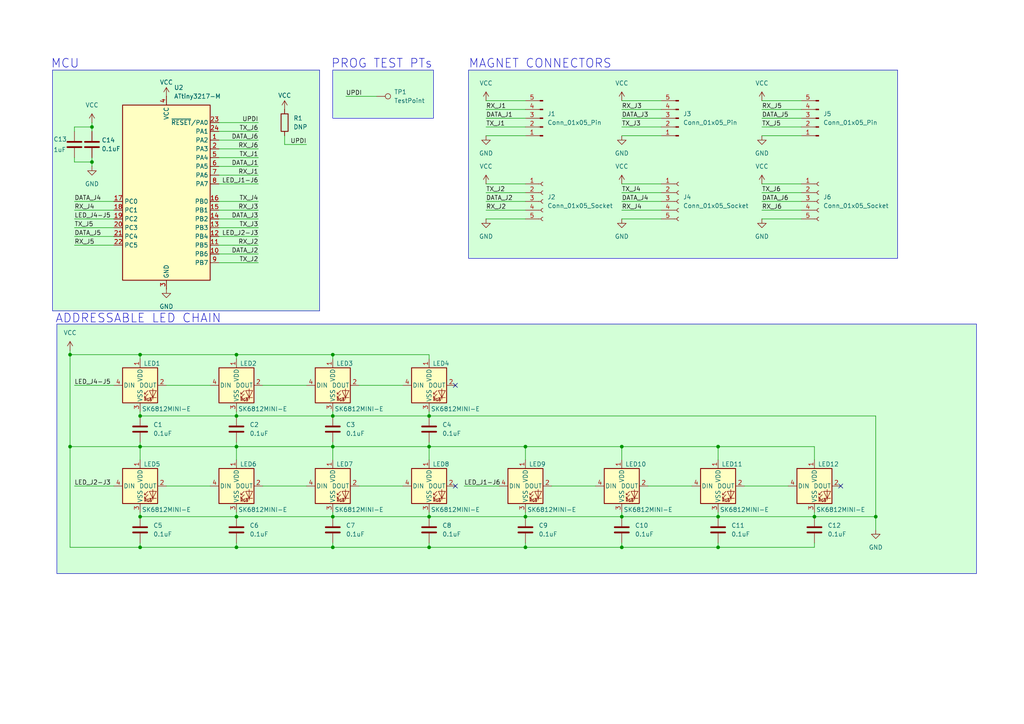
<source format=kicad_sch>
(kicad_sch (version 20231120) (generator "eeschema") (generator_version "8.0")
  (paper "A4")
  (title_block (title "PCB Tile Game") (rev "1.0"))
  (lib_symbols
    (symbol "Connector:Conn_01x05_Pin" (pin_names (offset 1.016) hide)
      (property "Reference" "J" (at 0 7.62 0))
      (property "Value" "Conn_01x05_Pin" (at 0 -7.62 0))
      (symbol "Conn_01x05_Pin_1_1"
        (polyline (pts (xy 1.27 -5.08) (xy 0.8636 -5.08)) (stroke (width 0.1524)))
        (polyline (pts (xy 1.27 -2.54) (xy 0.8636 -2.54)) (stroke (width 0.1524)))
        (polyline (pts (xy 1.27 0) (xy 0.8636 0)) (stroke (width 0.1524)))
        (polyline (pts (xy 1.27 2.54) (xy 0.8636 2.54)) (stroke (width 0.1524)))
        (polyline (pts (xy 1.27 5.08) (xy 0.8636 5.08)) (stroke (width 0.1524)))
        (rectangle (start 0.8636 -4.953) (end 0 -5.207) (stroke (width 0.1524)) (fill (type outline)))
        (rectangle (start 0.8636 -2.413) (end 0 -2.667) (stroke (width 0.1524)) (fill (type outline)))
        (rectangle (start 0.8636 0.127) (end 0 -0.127) (stroke (width 0.1524)) (fill (type outline)))
        (rectangle (start 0.8636 2.667) (end 0 2.413) (stroke (width 0.1524)) (fill (type outline)))
        (rectangle (start 0.8636 5.207) (end 0 4.953) (stroke (width 0.1524)) (fill (type outline)))
        (pin passive line (at 5.08 5.08 180) (length 3.81) (name "Pin_1") (number "1"))
        (pin passive line (at 5.08 2.54 180) (length 3.81) (name "Pin_2") (number "2"))
        (pin passive line (at 5.08 0 180) (length 3.81) (name "Pin_3") (number "3"))
        (pin passive line (at 5.08 -2.54 180) (length 3.81) (name "Pin_4") (number "4"))
        (pin passive line (at 5.08 -5.08 180) (length 3.81) (name "Pin_5") (number "5"))
      )
    )
    (symbol "Connector:Conn_01x05_Socket" (pin_names (offset 1.016) hide)
      (property "Reference" "J" (at 0 7.62 0))
      (property "Value" "Conn_01x05_Socket" (at 0 -7.62 0))
      (symbol "Conn_01x05_Socket_1_1"
        (arc (start 0 -4.572) (mid -0.5058 -5.08) (end 0 -5.588) (stroke (width 0.1524)))
        (arc (start 0 -2.032) (mid -0.5058 -2.54) (end 0 -3.048) (stroke (width 0.1524)))
        (polyline (pts (xy -1.27 -5.08) (xy -0.508 -5.08)) (stroke (width 0.1524)))
        (polyline (pts (xy -1.27 -2.54) (xy -0.508 -2.54)) (stroke (width 0.1524)))
        (polyline (pts (xy -1.27 0) (xy -0.508 0)) (stroke (width 0.1524)))
        (polyline (pts (xy -1.27 2.54) (xy -0.508 2.54)) (stroke (width 0.1524)))
        (polyline (pts (xy -1.27 5.08) (xy -0.508 5.08)) (stroke (width 0.1524)))
        (arc (start 0 0.508) (mid -0.5058 0) (end 0 -0.508) (stroke (width 0.1524)))
        (arc (start 0 3.048) (mid -0.5058 2.54) (end 0 2.032) (stroke (width 0.1524)))
        (arc (start 0 5.588) (mid -0.5058 5.08) (end 0 4.572) (stroke (width 0.1524)))
        (pin passive line (at -5.08 5.08 0) (length 3.81) (name "Pin_1") (number "1"))
        (pin passive line (at -5.08 2.54 0) (length 3.81) (name "Pin_2") (number "2"))
        (pin passive line (at -5.08 0 0) (length 3.81) (name "Pin_3") (number "3"))
        (pin passive line (at -5.08 -2.54 0) (length 3.81) (name "Pin_4") (number "4"))
        (pin passive line (at -5.08 -5.08 0) (length 3.81) (name "Pin_5") (number "5"))
      )
    )
    (symbol "Connector:TestPoint" (pin_numbers hide) (pin_names (offset 0.762) hide)
      (property "Reference" "TP" (at 0 6.858 0))
      (property "Value" "TestPoint" (at 0 5.08 0))
      (symbol "TestPoint_0_1"
        (circle (center 0 3.302) (radius 0.762))
      )
      (symbol "TestPoint_1_1"
        (pin passive line (at 0 0 90) (length 2.54) (name "1") (number "1"))
      )
    )
    (symbol "Device:C" (pin_numbers hide) (pin_names (offset 0.254))
      (property "Reference" "C" (at 0.635 2.54 0))
      (property "Value" "C" (at 0.635 -2.54 0))
      (symbol "C_0_1"
        (polyline (pts (xy -2.032 -0.762) (xy 2.032 -0.762)) (stroke (width 0.508)))
        (polyline (pts (xy -2.032 0.762) (xy 2.032 0.762)) (stroke (width 0.508)))
      )
      (symbol "C_1_1"
        (pin passive line (at 0 3.81 270) (length 2.794) (name "~") (number "1"))
        (pin passive line (at 0 -3.81 90) (length 2.794) (name "~") (number "2"))
      )
    )
    (symbol "Device:R" (pin_numbers hide) (pin_names (offset 0))
      (property "Reference" "R" (at 2.032 0 90))
      (property "Value" "R" (at 0 0 90))
      (symbol "R_0_1"
        (rectangle (start -1.016 -2.54) (end 1.016 2.54) (stroke (width 0.254)))
      )
      (symbol "R_1_1"
        (pin passive line (at 0 3.81 270) (length 1.27) (name "~") (number "1"))
        (pin passive line (at 0 -3.81 90) (length 1.27) (name "~") (number "2"))
      )
    )
    (symbol "MCU_Microchip_ATtiny:ATtiny3217-M"
      (property "Reference" "U" (at -12.7 26.67 0))
      (property "Value" "ATtiny3217-M" (at 2.54 -26.67 0))
      (symbol "ATtiny3217-M_0_1"
        (rectangle (start -12.7 -25.4) (end 12.7 25.4) (stroke (width 0.254)) (fill (type background)))
      )
      (symbol "ATtiny3217-M_1_1"
        (pin bidirectional line (at 15.24 15.24 180) (length 2.54) (name "PA2") (number "1"))
        (pin bidirectional line (at 15.24 -17.78 180) (length 2.54) (name "PB6") (number "10"))
        (pin bidirectional line (at 15.24 -15.24 180) (length 2.54) (name "PB5") (number "11"))
        (pin bidirectional line (at 15.24 -12.7 180) (length 2.54) (name "PB4") (number "12"))
        (pin bidirectional line (at 15.24 -10.16 180) (length 2.54) (name "PB3") (number "13"))
        (pin bidirectional line (at 15.24 -7.62 180) (length 2.54) (name "PB2") (number "14"))
        (pin bidirectional line (at 15.24 -5.08 180) (length 2.54) (name "PB1") (number "15"))
        (pin bidirectional line (at 15.24 -2.54 180) (length 2.54) (name "PB0") (number "16"))
        (pin bidirectional line (at -15.24 -2.54 0) (length 2.54) (name "PC0") (number "17"))
        (pin bidirectional line (at -15.24 -5.08 0) (length 2.54) (name "PC1") (number "18"))
        (pin bidirectional line (at -15.24 -7.62 0) (length 2.54) (name "PC2") (number "19"))
        (pin bidirectional line (at 15.24 12.7 180) (length 2.54) (name "PA3") (number "2"))
        (pin bidirectional line (at -15.24 -10.16 0) (length 2.54) (name "PC3") (number "20"))
        (pin bidirectional line (at -15.24 -12.7 0) (length 2.54) (name "PC4") (number "21"))
        (pin bidirectional line (at -15.24 -15.24 0) (length 2.54) (name "PC5") (number "22"))
        (pin bidirectional line (at 15.24 20.32 180) (length 2.54) (name "~{RESET}/PA0") (number "23"))
        (pin bidirectional line (at 15.24 17.78 180) (length 2.54) (name "PA1") (number "24"))
        (pin passive line (at 0 -27.94 90) (length 2.54) hide (name "GND") (number "25"))
        (pin power_in line (at 0 -27.94 90) (length 2.54) (name "GND") (number "3"))
        (pin power_in line (at 0 27.94 270) (length 2.54) (name "VCC") (number "4"))
        (pin bidirectional line (at 15.24 10.16 180) (length 2.54) (name "PA4") (number "5"))
        (pin bidirectional line (at 15.24 7.62 180) (length 2.54) (name "PA5") (number "6"))
        (pin bidirectional line (at 15.24 5.08 180) (length 2.54) (name "PA6") (number "7"))
        (pin bidirectional line (at 15.24 2.54 180) (length 2.54) (name "PA7") (number "8"))
        (pin bidirectional line (at 15.24 -20.32 180) (length 2.54) (name "PB7") (number "9"))
      )
    )
    (symbol "gupboard40-rescue:SK6812MINI-E-kicad-keyboard-parts" (pin_names (offset 0.254))
      (property "Reference" "D" (at 5.08 5.715 0))
      (property "Value" "kicad-keyboard-parts_SK6812MINI-E" (at 1.27 -5.715 0))
      (symbol "SK6812MINI-E-kicad-keyboard-parts_0_0"
        (text "RGB" (at 2.286 -4.191 0) (effects (font (size 0.762 0.762))))
      )
      (symbol "SK6812MINI-E-kicad-keyboard-parts_0_1"
        (polyline (pts (xy 1.27 -3.556) (xy 1.778 -3.556)))
        (polyline (pts (xy 1.27 -2.54) (xy 1.778 -2.54)))
        (polyline (pts (xy 4.699 -3.556) (xy 2.667 -3.556)))
        (polyline (pts (xy 2.286 -2.54) (xy 1.27 -3.556) (xy 1.27 -3.048)))
        (polyline (pts (xy 2.286 -1.524) (xy 1.27 -2.54) (xy 1.27 -2.032)))
        (polyline (pts (xy 3.683 -1.016) (xy 3.683 -3.556) (xy 3.683 -4.064)))
        (polyline (pts (xy 4.699 -1.524) (xy 2.667 -1.524) (xy 3.683 -3.556) (xy 4.699 -1.524)))
        (rectangle (start 5.08 5.08) (end -5.08 -5.08) (stroke (width 0.254)) (fill (type background)))
      )
      (symbol "SK6812MINI-E-kicad-keyboard-parts_1_1"
        (pin power_in line (at 0 7.62 270) (length 2.54) (name "VDD") (number "1"))
        (pin output line (at 7.62 0 180) (length 2.54) (name "DOUT") (number "2"))
        (pin power_in line (at 0 -7.62 90) (length 2.54) (name "VSS") (number "3"))
        (pin input line (at -7.62 0 0) (length 2.54) (name "DIN") (number "4"))
      )
    )
    (symbol "power:GND" (power) (pin_numbers hide) (pin_names (offset 0) hide)
      (property "Value" "GND" (at 0 -3.81 0))
      (symbol "GND_0_1"
        (polyline (pts (xy 0 0) (xy 0 -1.27) (xy 1.27 -1.27) (xy 0 -2.54) (xy -1.27 -1.27) (xy 0 -1.27)))
      )
      (symbol "GND_1_1"
        (pin power_in line (at 0 0 270) (length 0) (name "~") (number "1"))
      )
    )
    (symbol "power:VCC" (power) (pin_numbers hide) (pin_names (offset 0) hide)
      (property "Value" "VCC" (at 0 3.556 0))
      (symbol "VCC_0_1"
        (polyline (pts (xy -0.762 1.27) (xy 0 2.54)))
        (polyline (pts (xy 0 0) (xy 0 2.54)))
        (polyline (pts (xy 0 2.54) (xy 0.762 1.27)))
      )
      (symbol "VCC_1_1"
        (pin power_in line (at 0 0 90) (length 0) (name "~") (number "1"))
      )
    )
  )
  (junction (at 40.64 102.87))
  (junction (at 152.4 158.75))
  (junction (at 26.67 46.99))
  (junction (at 68.58 129.54))
  (junction (at 96.52 158.75))
  (junction (at 68.58 158.75))
  (junction (at 180.34 149.86))
  (junction (at 208.28 158.75))
  (junction (at 96.52 149.86))
  (junction (at 40.64 149.86))
  (junction (at 124.46 129.54))
  (junction (at 124.46 158.75))
  (junction (at 68.58 102.87))
  (junction (at 96.52 102.87))
  (junction (at 20.32 129.54))
  (junction (at 40.64 129.54))
  (junction (at 68.58 149.86))
  (junction (at 236.22 149.86))
  (junction (at 40.64 120.65))
  (junction (at 124.46 120.65))
  (junction (at 20.32 102.87))
  (junction (at 96.52 120.65))
  (junction (at 96.52 129.54))
  (junction (at 152.4 129.54))
  (junction (at 180.34 129.54))
  (junction (at 208.28 129.54))
  (junction (at 124.46 149.86))
  (junction (at 254 149.86))
  (junction (at 26.67 36.83))
  (junction (at 152.4 149.86))
  (junction (at 68.58 120.65))
  (junction (at 208.28 149.86))
  (junction (at 40.64 158.75))
  (junction (at 180.34 158.75))
  (no_connect (at 243.84 140.97))
  (no_connect (at 132.08 111.76))
  (no_connect (at 132.08 140.97))
  (wire (pts (xy 208.28 129.54) (xy 208.28 133.35)))
  (wire (pts (xy 40.64 129.54) (xy 68.58 129.54)))
  (wire (pts (xy 40.64 102.87) (xy 68.58 102.87)))
  (wire (pts (xy 180.34 34.29) (xy 191.77 34.29)))
  (wire (pts (xy 26.67 48.26) (xy 26.67 46.99)))
  (wire (pts (xy 68.58 119.38) (xy 68.58 120.65)))
  (wire (pts (xy 63.5 63.5) (xy 74.93 63.5)))
  (wire (pts (xy 63.5 40.64) (xy 74.93 40.64)))
  (wire (pts (xy 236.22 148.59) (xy 236.22 149.86)))
  (wire (pts (xy 140.97 36.83) (xy 152.4 36.83)))
  (wire (pts (xy 124.46 119.38) (xy 124.46 120.65)))
  (wire (pts (xy 152.4 158.75) (xy 180.34 158.75)))
  (wire (pts (xy 21.59 66.04) (xy 33.02 66.04)))
  (wire (pts (xy 40.64 120.65) (xy 68.58 120.65)))
  (wire (pts (xy 208.28 148.59) (xy 208.28 149.86)))
  (wire (pts (xy 20.32 102.87) (xy 40.64 102.87)))
  (wire (pts (xy 63.5 53.34) (xy 74.93 53.34)))
  (wire (pts (xy 21.59 63.5) (xy 33.02 63.5)))
  (wire (pts (xy 124.46 128.27) (xy 124.46 129.54)))
  (wire (pts (xy 20.32 158.75) (xy 20.32 129.54)))
  (wire (pts (xy 63.5 58.42) (xy 74.93 58.42)))
  (wire (pts (xy 68.58 129.54) (xy 96.52 129.54)))
  (wire (pts (xy 40.64 120.65) (xy 40.64 119.38)))
  (wire (pts (xy 63.5 43.18) (xy 74.93 43.18)))
  (wire (pts (xy 63.5 60.96) (xy 74.93 60.96)))
  (wire (pts (xy 21.59 36.83) (xy 21.59 38.1)))
  (wire (pts (xy 96.52 129.54) (xy 124.46 129.54)))
  (wire (pts (xy 140.97 53.34) (xy 152.4 53.34)))
  (wire (pts (xy 40.64 148.59) (xy 40.64 149.86)))
  (wire (pts (xy 63.5 48.26) (xy 74.93 48.26)))
  (wire (pts (xy 40.64 129.54) (xy 40.64 133.35)))
  (wire (pts (xy 124.46 129.54) (xy 152.4 129.54)))
  (wire (pts (xy 63.5 45.72) (xy 74.93 45.72)))
  (wire (pts (xy 152.4 149.86) (xy 180.34 149.86)))
  (wire (pts (xy 236.22 158.75) (xy 236.22 157.48)))
  (wire (pts (xy 96.52 158.75) (xy 124.46 158.75)))
  (wire (pts (xy 63.5 73.66) (xy 74.93 73.66)))
  (wire (pts (xy 21.59 60.96) (xy 33.02 60.96)))
  (wire (pts (xy 96.52 120.65) (xy 124.46 120.65)))
  (wire (pts (xy 208.28 149.86) (xy 236.22 149.86)))
  (wire (pts (xy 124.46 148.59) (xy 124.46 149.86)))
  (wire (pts (xy 220.98 34.29) (xy 232.41 34.29)))
  (wire (pts (xy 140.97 31.75) (xy 152.4 31.75)))
  (wire (pts (xy 140.97 55.88) (xy 152.4 55.88)))
  (wire (pts (xy 40.64 158.75) (xy 68.58 158.75)))
  (wire (pts (xy 124.46 129.54) (xy 124.46 133.35)))
  (wire (pts (xy 180.34 36.83) (xy 191.77 36.83)))
  (wire (pts (xy 21.59 71.12) (xy 33.02 71.12)))
  (wire (pts (xy 21.59 36.83) (xy 26.67 36.83)))
  (wire (pts (xy 96.52 102.87) (xy 96.52 104.14)))
  (wire (pts (xy 76.2 140.97) (xy 88.9 140.97)))
  (wire (pts (xy 26.67 46.99) (xy 21.59 46.99)))
  (wire (pts (xy 100.33 27.94) (xy 109.22 27.94)))
  (wire (pts (xy 124.46 120.65) (xy 254 120.65)))
  (wire (pts (xy 180.34 149.86) (xy 208.28 149.86)))
  (wire (pts (xy 124.46 149.86) (xy 152.4 149.86)))
  (wire (pts (xy 40.64 129.54) (xy 20.32 129.54)))
  (wire (pts (xy 26.67 46.99) (xy 26.67 45.72)))
  (wire (pts (xy 63.5 76.2) (xy 74.93 76.2)))
  (wire (pts (xy 220.98 31.75) (xy 232.41 31.75)))
  (wire (pts (xy 68.58 102.87) (xy 68.58 104.14)))
  (wire (pts (xy 68.58 102.87) (xy 96.52 102.87)))
  (wire (pts (xy 160.02 140.97) (xy 172.72 140.97)))
  (wire (pts (xy 124.46 102.87) (xy 124.46 104.14)))
  (wire (pts (xy 21.59 111.76) (xy 33.02 111.76)))
  (wire (pts (xy 220.98 29.21) (xy 232.41 29.21)))
  (wire (pts (xy 104.14 111.76) (xy 116.84 111.76)))
  (wire (pts (xy 21.59 68.58) (xy 33.02 68.58)))
  (wire (pts (xy 68.58 120.65) (xy 96.52 120.65)))
  (wire (pts (xy 134.62 140.97) (xy 144.78 140.97)))
  (wire (pts (xy 68.58 158.75) (xy 68.58 157.48)))
  (wire (pts (xy 40.64 158.75) (xy 40.64 157.48)))
  (wire (pts (xy 96.52 158.75) (xy 96.52 157.48)))
  (wire (pts (xy 208.28 129.54) (xy 236.22 129.54)))
  (wire (pts (xy 76.2 111.76) (xy 88.9 111.76)))
  (wire (pts (xy 140.97 39.37) (xy 152.4 39.37)))
  (wire (pts (xy 48.26 140.97) (xy 60.96 140.97)))
  (wire (pts (xy 140.97 58.42) (xy 152.4 58.42)))
  (wire (pts (xy 21.59 58.42) (xy 33.02 58.42)))
  (wire (pts (xy 180.34 158.75) (xy 208.28 158.75)))
  (wire (pts (xy 96.52 148.59) (xy 96.52 149.86)))
  (wire (pts (xy 20.32 102.87) (xy 20.32 129.54)))
  (wire (pts (xy 180.34 60.96) (xy 191.77 60.96)))
  (wire (pts (xy 254 120.65) (xy 254 149.86)))
  (wire (pts (xy 180.34 63.5) (xy 191.77 63.5)))
  (wire (pts (xy 180.34 129.54) (xy 208.28 129.54)))
  (wire (pts (xy 140.97 60.96) (xy 152.4 60.96)))
  (wire (pts (xy 96.52 129.54) (xy 96.52 133.35)))
  (wire (pts (xy 180.34 39.37) (xy 191.77 39.37)))
  (wire (pts (xy 20.32 102.87) (xy 20.32 101.6)))
  (wire (pts (xy 96.52 128.27) (xy 96.52 129.54)))
  (wire (pts (xy 152.4 158.75) (xy 152.4 157.48)))
  (wire (pts (xy 220.98 63.5) (xy 232.41 63.5)))
  (wire (pts (xy 180.34 53.34) (xy 191.77 53.34)))
  (wire (pts (xy 40.64 158.75) (xy 20.32 158.75)))
  (wire (pts (xy 63.5 68.58) (xy 74.93 68.58)))
  (wire (pts (xy 48.26 111.76) (xy 60.96 111.76)))
  (wire (pts (xy 124.46 158.75) (xy 152.4 158.75)))
  (wire (pts (xy 140.97 34.29) (xy 152.4 34.29)))
  (wire (pts (xy 63.5 71.12) (xy 74.93 71.12)))
  (wire (pts (xy 124.46 158.75) (xy 124.46 157.48)))
  (wire (pts (xy 40.64 128.27) (xy 40.64 129.54)))
  (wire (pts (xy 68.58 149.86) (xy 96.52 149.86)))
  (wire (pts (xy 68.58 128.27) (xy 68.58 129.54)))
  (wire (pts (xy 220.98 36.83) (xy 232.41 36.83)))
  (wire (pts (xy 220.98 53.34) (xy 232.41 53.34)))
  (wire (pts (xy 180.34 31.75) (xy 191.77 31.75)))
  (wire (pts (xy 220.98 60.96) (xy 232.41 60.96)))
  (wire (pts (xy 96.52 149.86) (xy 124.46 149.86)))
  (wire (pts (xy 180.34 129.54) (xy 180.34 133.35)))
  (wire (pts (xy 220.98 39.37) (xy 232.41 39.37)))
  (wire (pts (xy 152.4 148.59) (xy 152.4 149.86)))
  (wire (pts (xy 68.58 129.54) (xy 68.58 133.35)))
  (wire (pts (xy 215.9 140.97) (xy 228.6 140.97)))
  (wire (pts (xy 180.34 148.59) (xy 180.34 149.86)))
  (wire (pts (xy 220.98 58.42) (xy 232.41 58.42)))
  (wire (pts (xy 63.5 35.56) (xy 74.93 35.56)))
  (wire (pts (xy 96.52 102.87) (xy 124.46 102.87)))
  (wire (pts (xy 63.5 66.04) (xy 74.93 66.04)))
  (wire (pts (xy 187.96 140.97) (xy 200.66 140.97)))
  (wire (pts (xy 236.22 149.86) (xy 254 149.86)))
  (wire (pts (xy 40.64 102.87) (xy 40.64 104.14)))
  (wire (pts (xy 236.22 133.35) (xy 236.22 129.54)))
  (wire (pts (xy 152.4 129.54) (xy 152.4 133.35)))
  (wire (pts (xy 26.67 35.56) (xy 26.67 36.83)))
  (wire (pts (xy 68.58 148.59) (xy 68.58 149.86)))
  (wire (pts (xy 96.52 119.38) (xy 96.52 120.65)))
  (wire (pts (xy 180.34 55.88) (xy 191.77 55.88)))
  (wire (pts (xy 63.5 50.8) (xy 74.93 50.8)))
  (wire (pts (xy 180.34 58.42) (xy 191.77 58.42)))
  (wire (pts (xy 74.93 38.1) (xy 63.5 38.1)))
  (wire (pts (xy 40.64 149.86) (xy 68.58 149.86)))
  (wire (pts (xy 21.59 140.97) (xy 33.02 140.97)))
  (wire (pts (xy 208.28 158.75) (xy 236.22 158.75)))
  (wire (pts (xy 82.55 41.91) (xy 82.55 39.37)))
  (wire (pts (xy 220.98 55.88) (xy 232.41 55.88)))
  (wire (pts (xy 68.58 158.75) (xy 96.52 158.75)))
  (wire (pts (xy 88.9 41.91) (xy 82.55 41.91)))
  (wire (pts (xy 152.4 129.54) (xy 180.34 129.54)))
  (wire (pts (xy 180.34 29.21) (xy 191.77 29.21)))
  (wire (pts (xy 21.59 46.99) (xy 21.59 45.72)))
  (wire (pts (xy 26.67 36.83) (xy 26.67 38.1)))
  (wire (pts (xy 104.14 140.97) (xy 116.84 140.97)))
  (wire (pts (xy 180.34 158.75) (xy 180.34 157.48)))
  (wire (pts (xy 254 149.86) (xy 254 153.67)))
  (wire (pts (xy 140.97 63.5) (xy 152.4 63.5)))
  (wire (pts (xy 208.28 158.75) (xy 208.28 157.48)))
  (wire (pts (xy 140.97 29.21) (xy 152.4 29.21)))
  (rectangle (start 16.51 93.98) (end 283.21 166.37) (fill (type color) (color 211 255 215 1)))
  (rectangle (start 15.24 20.32) (end 92.71 90.17) (fill (type color) (color 211 255 215 1)))
  (rectangle (start 135.89 20.32) (end 260.35 74.93) (fill (type color) (color 211 255 215 1)))
  (rectangle (start 96.52 20.32) (end 125.73 34.29) (fill (type color) (color 211 255 215 1)))
  (text "PROG TEST PTs" (at 96.012 18.542 0) (effects (font (size 2.54 2.54)) (justify left)))
  (text "MCU" (at 14.732 18.542 0) (effects (font (size 2.54 2.54)) (justify left)))
  (text "ADDRESSABLE LED CHAIN" (at 16.002 92.456 0) (effects (font (size 2.54 2.54)) (justify left)))
  (text "MAGNET CONNECTORS" (at 135.89 18.542 0) (effects (font (size 2.54 2.54)) (justify left)))
  (label "RX_J1" (at 140.97 31.75 0))
  (label "TX_J5" (at 21.59 66.04 0))
  (label "RX_J3" (at 74.93 60.96 180))
  (label "DATA_J4" (at 21.59 58.42 0))
  (label "TX_J1" (at 74.93 45.72 180))
  (label "UPDI" (at 74.93 35.56 180))
  (label "RX_J6" (at 74.93 43.18 180))
  (label "DATA_J5" (at 220.98 34.29 0))
  (label "LED_J2-J3" (at 21.59 140.97 0))
  (label "TX_J6" (at 74.93 38.1 180))
  (label "DATA_J5" (at 21.59 68.58 0))
  (label "RX_J6" (at 220.98 60.96 0))
  (label "RX_J5" (at 21.59 71.12 0))
  (label "DATA_J1" (at 74.93 48.26 180))
  (label "LED_J1-J6" (at 74.93 53.34 180))
  (label "DATA_J2" (at 74.93 73.66 180))
  (label "UPDI" (at 88.9 41.91 180))
  (label "DATA_J3" (at 180.34 34.29 0))
  (label "DATA_J4" (at 180.34 58.42 0))
  (label "RX_J4" (at 21.59 60.96 0))
  (label "DATA_J1" (at 140.97 34.29 0))
  (label "RX_J2" (at 140.97 60.96 0))
  (label "LED_J1-J6" (at 134.62 140.97 0))
  (label "DATA_J2" (at 140.97 58.42 0))
  (label "LED_J4-J5" (at 21.59 63.5 0))
  (label "RX_J4" (at 180.34 60.96 0))
  (label "DATA_J6" (at 220.98 58.42 0))
  (label "RX_J2" (at 74.93 71.12 180))
  (label "LED_J4-J5" (at 21.59 111.76 0))
  (label "TX_J1" (at 140.97 36.83 0))
  (label "TX_J4" (at 180.34 55.88 0))
  (label "TX_J3" (at 180.34 36.83 0))
  (label "RX_J3" (at 180.34 31.75 0))
  (label "TX_J2" (at 140.97 55.88 0))
  (label "RX_J1" (at 74.93 50.8 180))
  (label "LED_J2-J3" (at 74.93 68.58 180))
  (label "TX_J2" (at 74.93 76.2 180))
  (label "TX_J6" (at 220.98 55.88 0))
  (label "TX_J3" (at 74.93 66.04 180))
  (label "UPDI" (at 100.33 27.94 0))
  (label "DATA_J3" (at 74.93 63.5 180))
  (label "TX_J5" (at 220.98 36.83 0))
  (label "TX_J4" (at 74.93 58.42 180))
  (label "RX_J5" (at 220.98 31.75 0))
  (label "DATA_J6" (at 74.93 40.64 180))
  (symbol (lib_id "Connector:TestPoint") (at 109.22 27.94 270) (unit 1)
    (property "Reference" "TP1" (at 114.3 26.6699 90) (effects (justify left)))
    (property "Value" "TestPoint" (at 114.3 29.2099 90) (effects (justify left)))
    (property "Footprint" "TestPoint:TestPoint_Pad_2.0x2.0mm" (effects (hide yes)))
    (property "Description" "test point" (effects (hide yes)))
  )
  (symbol (lib_id "power:GND") (at 140.97 63.5 0) (unit 1)
    (property "Reference" "#PWR04" (effects (hide yes)))
    (property "Value" "GND" (at 140.97 68.58 0))
    (property "Description" "Power symbol creates a global label with name \"GND\" , ground" (effects (hide yes)))
  )
  (symbol (lib_id "power:VCC") (at 26.67 35.56 0) (unit 1)
    (property "Reference" "#PWR015" (effects (hide yes)))
    (property "Value" "VCC" (at 26.67 30.48 0))
    (property "Description" "Power symbol creates a global label with name \"VCC\"" (effects (hide yes)))
  )
  (symbol (lib_id "power:GND") (at 140.97 39.37 0) (unit 1)
    (property "Reference" "#PWR02" (effects (hide yes)))
    (property "Value" "GND" (at 140.97 44.45 0))
    (property "Description" "Power symbol creates a global label with name \"GND\" , ground" (effects (hide yes)))
  )
  (symbol (lib_id "gupboard40-rescue:SK6812MINI-E-kicad-keyboard-parts") (at 40.64 140.97 0) (unit 1)
    (property "Reference" "LED5" (at 41.656 134.62 0) (effects (justify left)))
    (property "Value" "SK6812MINI-E" (at 41.148 147.828 0) (effects (justify left)))
    (property "Footprint" "kicad-keyboard-parts:SK6812MINI-E" (effects (hide yes)))
    (property "Datasheet" "https://cdn-shop.adafruit.com/product-files/2686/SK6812MINI_REV.01-1-2.pdf" (effects (hide yes)))
    (property "DigiKey Part Number" "1528-4960-ND" (effects (hide yes)))
  )
  (symbol (lib_id "power:VCC") (at 220.98 29.21 0) (unit 1)
    (property "Reference" "#PWR09" (effects (hide yes)))
    (property "Value" "VCC" (at 220.98 24.13 0))
    (property "Description" "Power symbol creates a global label with name \"VCC\"" (effects (hide yes)))
  )
  (symbol (lib_id "Device:C") (at 40.64 124.46 0) (unit 1)
    (property "Reference" "C1" (at 44.45 123.1899 0) (effects (justify left)))
    (property "Value" "0.1uF" (at 44.45 125.7299 0) (effects (justify left)))
    (property "Footprint" "Capacitor_SMD:C_0603_1608Metric_Pad1.08x0.95mm_HandSolder" (effects (hide yes)))
    (property "Description" "Unpolarized capacitor" (effects (hide yes)))
  )
  (symbol (lib_id "power:VCC") (at 180.34 29.21 0) (unit 1)
    (property "Reference" "#PWR05" (effects (hide yes)))
    (property "Value" "VCC" (at 180.34 24.13 0))
    (property "Description" "Power symbol creates a global label with name \"VCC\"" (effects (hide yes)))
  )
  (symbol (lib_id "Device:C") (at 124.46 153.67 0) (unit 1)
    (property "Reference" "C8" (at 128.27 152.3999 0) (effects (justify left)))
    (property "Value" "0.1uF" (at 128.27 154.9399 0) (effects (justify left)))
    (property "Footprint" "Capacitor_SMD:C_0603_1608Metric_Pad1.08x0.95mm_HandSolder" (effects (hide yes)))
    (property "Description" "Unpolarized capacitor" (effects (hide yes)))
  )
  (symbol (lib_id "power:GND") (at 180.34 63.5 0) (unit 1)
    (property "Reference" "#PWR08" (effects (hide yes)))
    (property "Value" "GND" (at 180.34 68.58 0))
    (property "Description" "Power symbol creates a global label with name \"GND\" , ground" (effects (hide yes)))
  )
  (symbol (lib_id "Device:C") (at 40.64 153.67 0) (unit 1)
    (property "Reference" "C5" (at 44.45 152.3999 0) (effects (justify left)))
    (property "Value" "0.1uF" (at 44.45 154.9399 0) (effects (justify left)))
    (property "Footprint" "Capacitor_SMD:C_0603_1608Metric_Pad1.08x0.95mm_HandSolder" (effects (hide yes)))
    (property "Description" "Unpolarized capacitor" (effects (hide yes)))
  )
  (symbol (lib_id "Connector:Conn_01x05_Socket") (at 157.48 58.42 0) (unit 1)
    (property "Reference" "J2" (at 158.75 57.1499 0) (effects (justify left)))
    (property "Value" "Conn_01x05_Socket" (at 158.75 59.6899 0) (effects (justify left)))
    (property "Footprint" "ProjectLibrary:PinSocket_1x05_P2.54mm_Vertical" (effects (hide yes)))
    (property "Description" "Generic connector, single row, 01x05, script generated" (effects (hide yes)))
  )
  (symbol (lib_id "gupboard40-rescue:SK6812MINI-E-kicad-keyboard-parts") (at 96.52 111.76 0) (unit 1)
    (property "Reference" "LED3" (at 97.536 105.41 0) (effects (justify left)))
    (property "Value" "SK6812MINI-E" (at 97.028 118.618 0) (effects (justify left)))
    (property "Footprint" "kicad-keyboard-parts:SK6812MINI-E" (effects (hide yes)))
    (property "Datasheet" "https://cdn-shop.adafruit.com/product-files/2686/SK6812MINI_REV.01-1-2.pdf" (effects (hide yes)))
    (property "DigiKey Part Number" "1528-4960-ND" (effects (hide yes)))
  )
  (symbol (lib_id "Device:C") (at 21.59 41.91 0) (unit 1)
    (property "Reference" "C13" (at 15.494 40.386 0) (effects (justify left)))
    (property "Value" "1uF" (at 15.494 43.434 0) (effects (justify left)))
    (property "Footprint" "Capacitor_SMD:C_0603_1608Metric_Pad1.08x0.95mm_HandSolder" (effects (hide yes)))
    (property "Description" "Unpolarized capacitor" (effects (hide yes)))
  )
  (symbol (lib_id "gupboard40-rescue:SK6812MINI-E-kicad-keyboard-parts") (at 68.58 111.76 0) (unit 1)
    (property "Reference" "LED2" (at 69.596 105.41 0) (effects (justify left)))
    (property "Value" "SK6812MINI-E" (at 69.088 118.618 0) (effects (justify left)))
    (property "Footprint" "kicad-keyboard-parts:SK6812MINI-E" (effects (hide yes)))
    (property "Datasheet" "https://cdn-shop.adafruit.com/product-files/2686/SK6812MINI_REV.01-1-2.pdf" (effects (hide yes)))
    (property "DigiKey Part Number" "1528-4960-ND" (effects (hide yes)))
  )
  (symbol (lib_id "power:GND") (at 254 153.67 0) (unit 1)
    (property "Reference" "#PWR019" (effects (hide yes)))
    (property "Value" "GND" (at 254 158.75 0))
    (property "Description" "Power symbol creates a global label with name \"GND\" , ground" (effects (hide yes)))
  )
  (symbol (lib_id "power:GND") (at 220.98 63.5 0) (unit 1)
    (property "Reference" "#PWR012" (effects (hide yes)))
    (property "Value" "GND" (at 220.98 68.58 0))
    (property "Description" "Power symbol creates a global label with name \"GND\" , ground" (effects (hide yes)))
  )
  (symbol (lib_id "gupboard40-rescue:SK6812MINI-E-kicad-keyboard-parts") (at 40.64 111.76 0) (unit 1)
    (property "Reference" "LED1" (at 41.656 105.41 0) (effects (justify left)))
    (property "Value" "SK6812MINI-E" (at 41.148 118.618 0) (effects (justify left)))
    (property "Footprint" "kicad-keyboard-parts:SK6812MINI-E" (effects (hide yes)))
    (property "Datasheet" "https://cdn-shop.adafruit.com/product-files/2686/SK6812MINI_REV.01-1-2.pdf" (effects (hide yes)))
    (property "DigiKey Part Number" "1528-4960-ND" (effects (hide yes)))
  )
  (symbol (lib_id "power:VCC") (at 48.26 27.94 0) (unit 1)
    (property "Reference" "#PWR013" (effects (hide yes)))
    (property "Value" "VCC" (at 48.26 23.876 0))
    (property "Description" "Power symbol creates a global label with name \"VCC\"" (effects (hide yes)))
  )
  (symbol (lib_id "power:VCC") (at 20.32 101.6 0) (unit 1)
    (property "Reference" "#PWR020" (effects (hide yes)))
    (property "Value" "VCC" (at 20.32 96.52 0))
    (property "Description" "Power symbol creates a global label with name \"VCC\"" (effects (hide yes)))
  )
  (symbol (lib_id "Device:C") (at 96.52 153.67 0) (unit 1)
    (property "Reference" "C7" (at 100.33 152.3999 0) (effects (justify left)))
    (property "Value" "0.1uF" (at 100.33 154.9399 0) (effects (justify left)))
    (property "Footprint" "Capacitor_SMD:C_0603_1608Metric_Pad1.08x0.95mm_HandSolder" (effects (hide yes)))
    (property "Description" "Unpolarized capacitor" (effects (hide yes)))
  )
  (symbol (lib_id "Connector:Conn_01x05_Pin") (at 237.49 34.29 180) (unit 1)
    (property "Reference" "J5" (at 238.76 33.0199 0) (effects (justify right)))
    (property "Value" "Conn_01x05_Pin" (at 238.76 35.5599 0) (effects (justify right)))
    (property "Footprint" "ProjectLibrary:PinHeader_1x05_P2.54mm_Vertical" (effects (hide yes)))
    (property "Description" "Generic connector, single row, 01x05, script generated" (effects (hide yes)))
  )
  (symbol (lib_id "gupboard40-rescue:SK6812MINI-E-kicad-keyboard-parts") (at 236.22 140.97 0) (unit 1)
    (property "Reference" "LED12" (at 237.236 134.62 0) (effects (justify left)))
    (property "Value" "SK6812MINI-E" (at 236.728 147.828 0) (effects (justify left)))
    (property "Footprint" "kicad-keyboard-parts:SK6812MINI-E" (effects (hide yes)))
    (property "Datasheet" "https://cdn-shop.adafruit.com/product-files/2686/SK6812MINI_REV.01-1-2.pdf" (effects (hide yes)))
    (property "DigiKey Part Number" "1528-4960-ND" (effects (hide yes)))
  )
  (symbol (lib_id "gupboard40-rescue:SK6812MINI-E-kicad-keyboard-parts") (at 180.34 140.97 0) (unit 1)
    (property "Reference" "LED10" (at 181.356 134.62 0) (effects (justify left)))
    (property "Value" "SK6812MINI-E" (at 180.848 147.828 0) (effects (justify left)))
    (property "Footprint" "kicad-keyboard-parts:SK6812MINI-E" (effects (hide yes)))
    (property "Datasheet" "https://cdn-shop.adafruit.com/product-files/2686/SK6812MINI_REV.01-1-2.pdf" (effects (hide yes)))
    (property "DigiKey Part Number" "1528-4960-ND" (effects (hide yes)))
  )
  (symbol (lib_id "power:GND") (at 220.98 39.37 0) (unit 1)
    (property "Reference" "#PWR010" (effects (hide yes)))
    (property "Value" "GND" (at 220.98 44.45 0))
    (property "Description" "Power symbol creates a global label with name \"GND\" , ground" (effects (hide yes)))
  )
  (symbol (lib_id "power:GND") (at 48.26 83.82 0) (unit 1)
    (property "Reference" "#PWR014" (effects (hide yes)))
    (property "Value" "GND" (at 48.26 88.9 0))
    (property "Description" "Power symbol creates a global label with name \"GND\" , ground" (effects (hide yes)))
  )
  (symbol (lib_id "Device:C") (at 208.28 153.67 0) (unit 1)
    (property "Reference" "C11" (at 212.09 152.3999 0) (effects (justify left)))
    (property "Value" "0.1uF" (at 212.09 154.9399 0) (effects (justify left)))
    (property "Footprint" "Capacitor_SMD:C_0603_1608Metric_Pad1.08x0.95mm_HandSolder" (effects (hide yes)))
    (property "Description" "Unpolarized capacitor" (effects (hide yes)))
  )
  (symbol (lib_id "Connector:Conn_01x05_Socket") (at 196.85 58.42 0) (unit 1)
    (property "Reference" "J4" (at 198.12 57.1499 0) (effects (justify left)))
    (property "Value" "Conn_01x05_Socket" (at 198.12 59.6899 0) (effects (justify left)))
    (property "Footprint" "ProjectLibrary:PinSocket_1x05_P2.54mm_Vertical" (effects (hide yes)))
    (property "Description" "Generic connector, single row, 01x05, script generated" (effects (hide yes)))
  )
  (symbol (lib_id "Device:C") (at 96.52 124.46 0) (unit 1)
    (property "Reference" "C3" (at 100.33 123.1899 0) (effects (justify left)))
    (property "Value" "0.1uF" (at 100.33 125.7299 0) (effects (justify left)))
    (property "Footprint" "Capacitor_SMD:C_0603_1608Metric_Pad1.08x0.95mm_HandSolder" (effects (hide yes)))
    (property "Description" "Unpolarized capacitor" (effects (hide yes)))
  )
  (symbol (lib_id "power:VCC") (at 220.98 53.34 0) (unit 1)
    (property "Reference" "#PWR011" (effects (hide yes)))
    (property "Value" "VCC" (at 220.98 48.26 0))
    (property "Description" "Power symbol creates a global label with name \"VCC\"" (effects (hide yes)))
  )
  (symbol (lib_id "Connector:Conn_01x05_Socket") (at 237.49 58.42 0) (unit 1)
    (property "Reference" "J6" (at 238.76 57.1499 0) (effects (justify left)))
    (property "Value" "Conn_01x05_Socket" (at 238.76 59.6899 0) (effects (justify left)))
    (property "Footprint" "ProjectLibrary:PinSocket_1x05_P2.54mm_Vertical" (effects (hide yes)))
    (property "Description" "Generic connector, single row, 01x05, script generated" (effects (hide yes)))
  )
  (symbol (lib_id "power:VCC") (at 140.97 53.34 0) (unit 1)
    (property "Reference" "#PWR03" (effects (hide yes)))
    (property "Value" "VCC" (at 140.97 48.26 0))
    (property "Description" "Power symbol creates a global label with name \"VCC\"" (effects (hide yes)))
  )
  (symbol (lib_id "gupboard40-rescue:SK6812MINI-E-kicad-keyboard-parts") (at 152.4 140.97 0) (unit 1)
    (property "Reference" "LED9" (at 153.416 134.62 0) (effects (justify left)))
    (property "Value" "SK6812MINI-E" (at 152.908 147.828 0) (effects (justify left)))
    (property "Footprint" "kicad-keyboard-parts:SK6812MINI-E" (effects (hide yes)))
    (property "Datasheet" "https://cdn-shop.adafruit.com/product-files/2686/SK6812MINI_REV.01-1-2.pdf" (effects (hide yes)))
    (property "DigiKey Part Number" "1528-4960-ND" (effects (hide yes)))
  )
  (symbol (lib_id "Device:C") (at 26.67 41.91 0) (unit 1)
    (property "Reference" "C14" (at 29.464 40.64 0) (effects (justify left)))
    (property "Value" "0.1uF" (at 29.464 43.18 0) (effects (justify left)))
    (property "Footprint" "Capacitor_SMD:C_0603_1608Metric_Pad1.08x0.95mm_HandSolder" (effects (hide yes)))
    (property "Description" "Unpolarized capacitor" (effects (hide yes)))
  )
  (symbol (lib_id "Device:C") (at 180.34 153.67 0) (unit 1)
    (property "Reference" "C10" (at 184.15 152.3999 0) (effects (justify left)))
    (property "Value" "0.1uF" (at 184.15 154.9399 0) (effects (justify left)))
    (property "Footprint" "Capacitor_SMD:C_0603_1608Metric_Pad1.08x0.95mm_HandSolder" (effects (hide yes)))
    (property "Description" "Unpolarized capacitor" (effects (hide yes)))
  )
  (symbol (lib_id "Device:C") (at 124.46 124.46 0) (unit 1)
    (property "Reference" "C4" (at 128.27 123.1899 0) (effects (justify left)))
    (property "Value" "0.1uF" (at 128.27 125.7299 0) (effects (justify left)))
    (property "Footprint" "Capacitor_SMD:C_0603_1608Metric_Pad1.08x0.95mm_HandSolder" (effects (hide yes)))
    (property "Description" "Unpolarized capacitor" (effects (hide yes)))
  )
  (symbol (lib_id "Device:C") (at 236.22 153.67 0) (unit 1)
    (property "Reference" "C12" (at 240.03 152.3999 0) (effects (justify left)))
    (property "Value" "0.1uF" (at 240.03 154.9399 0) (effects (justify left)))
    (property "Footprint" "Capacitor_SMD:C_0603_1608Metric_Pad1.08x0.95mm_HandSolder" (effects (hide yes)))
    (property "Description" "Unpolarized capacitor" (effects (hide yes)))
  )
  (symbol (lib_id "power:VCC") (at 140.97 29.21 0) (unit 1)
    (property "Reference" "#PWR01" (effects (hide yes)))
    (property "Value" "VCC" (at 140.97 24.13 0))
    (property "Description" "Power symbol creates a global label with name \"VCC\"" (effects (hide yes)))
  )
  (symbol (lib_id "Connector:Conn_01x05_Pin") (at 196.85 34.29 180) (unit 1)
    (property "Reference" "J3" (at 198.12 33.0199 0) (effects (justify right)))
    (property "Value" "Conn_01x05_Pin" (at 198.12 35.5599 0) (effects (justify right)))
    (property "Footprint" "ProjectLibrary:PinHeader_1x05_P2.54mm_Vertical" (effects (hide yes)))
    (property "Description" "Generic connector, single row, 01x05, script generated" (effects (hide yes)))
  )
  (symbol (lib_id "gupboard40-rescue:SK6812MINI-E-kicad-keyboard-parts") (at 208.28 140.97 0) (unit 1)
    (property "Reference" "LED11" (at 209.296 134.62 0) (effects (justify left)))
    (property "Value" "SK6812MINI-E" (at 208.788 147.828 0) (effects (justify left)))
    (property "Footprint" "kicad-keyboard-parts:SK6812MINI-E" (effects (hide yes)))
    (property "Datasheet" "https://cdn-shop.adafruit.com/product-files/2686/SK6812MINI_REV.01-1-2.pdf" (effects (hide yes)))
    (property "DigiKey Part Number" "1528-4960-ND" (effects (hide yes)))
  )
  (symbol (lib_id "gupboard40-rescue:SK6812MINI-E-kicad-keyboard-parts") (at 124.46 111.76 0) (unit 1)
    (property "Reference" "LED4" (at 125.476 105.41 0) (effects (justify left)))
    (property "Value" "SK6812MINI-E" (at 124.968 118.618 0) (effects (justify left)))
    (property "Footprint" "kicad-keyboard-parts:SK6812MINI-E" (effects (hide yes)))
    (property "Datasheet" "https://cdn-shop.adafruit.com/product-files/2686/SK6812MINI_REV.01-1-2.pdf" (effects (hide yes)))
    (property "DigiKey Part Number" "1528-4960-ND" (effects (hide yes)))
  )
  (symbol (lib_id "MCU_Microchip_ATtiny:ATtiny3217-M") (at 48.26 55.88 0) (unit 1)
    (property "Reference" "U2" (at 50.4541 25.4 0) (effects (justify left)))
    (property "Value" "ATtiny3217-M" (at 50.4541 27.94 0) (effects (justify left)))
    (property "Footprint" "Package_DFN_QFN:QFN-24-1EP_4x4mm_P0.5mm_EP2.6x2.6mm" (effects (hide yes)))
    (property "Datasheet" "http://ww1.microchip.com/downloads/en/DeviceDoc/ATtiny3217_1617-Data-Sheet-40001999B.pdf" (effects (hide yes)))
    (property "Description" "20MHz, 32kB Flash, 2kB SRAM, 256B EEPROM, VQFN-24" (effects (hide yes)))
  )
  (symbol (lib_id "Device:R") (at 82.55 35.56 0) (unit 1)
    (property "Reference" "R1" (at 85.09 34.2899 0) (effects (justify left)))
    (property "Value" "DNP" (at 85.09 36.8299 0) (effects (justify left)))
    (property "Footprint" "Resistor_SMD:R_0603_1608Metric_Pad0.98x0.95mm_HandSolder" (effects (hide yes)))
    (property "Description" "Resistor" (effects (hide yes)))
  )
  (symbol (lib_id "power:GND") (at 26.67 48.26 0) (unit 1)
    (property "Reference" "#PWR016" (effects (hide yes)))
    (property "Value" "GND" (at 26.67 53.34 0))
    (property "Description" "Power symbol creates a global label with name \"GND\" , ground" (effects (hide yes)))
  )
  (symbol (lib_id "Device:C") (at 68.58 124.46 0) (unit 1)
    (property "Reference" "C2" (at 72.39 123.1899 0) (effects (justify left)))
    (property "Value" "0.1uF" (at 72.39 125.7299 0) (effects (justify left)))
    (property "Footprint" "Capacitor_SMD:C_0603_1608Metric_Pad1.08x0.95mm_HandSolder" (effects (hide yes)))
    (property "Description" "Unpolarized capacitor" (effects (hide yes)))
  )
  (symbol (lib_id "Connector:Conn_01x05_Pin") (at 157.48 34.29 180) (unit 1)
    (property "Reference" "J1" (at 158.75 33.0199 0) (effects (justify right)))
    (property "Value" "Conn_01x05_Pin" (at 158.75 35.5599 0) (effects (justify right)))
    (property "Footprint" "ProjectLibrary:PinHeader_1x05_P2.54mm_Vertical" (effects (hide yes)))
    (property "Description" "Generic connector, single row, 01x05, script generated" (effects (hide yes)))
  )
  (symbol (lib_id "power:VCC") (at 82.55 31.75 0) (unit 1)
    (property "Reference" "#PWR024" (effects (hide yes)))
    (property "Value" "VCC" (at 82.55 27.686 0))
    (property "Description" "Power symbol creates a global label with name \"VCC\"" (effects (hide yes)))
  )
  (symbol (lib_id "power:VCC") (at 180.34 53.34 0) (unit 1)
    (property "Reference" "#PWR07" (effects (hide yes)))
    (property "Value" "VCC" (at 180.34 48.26 0))
    (property "Description" "Power symbol creates a global label with name \"VCC\"" (effects (hide yes)))
  )
  (symbol (lib_id "gupboard40-rescue:SK6812MINI-E-kicad-keyboard-parts") (at 124.46 140.97 0) (unit 1)
    (property "Reference" "LED8" (at 125.476 134.62 0) (effects (justify left)))
    (property "Value" "SK6812MINI-E" (at 124.968 147.828 0) (effects (justify left)))
    (property "Footprint" "kicad-keyboard-parts:SK6812MINI-E" (effects (hide yes)))
    (property "Datasheet" "https://cdn-shop.adafruit.com/product-files/2686/SK6812MINI_REV.01-1-2.pdf" (effects (hide yes)))
    (property "DigiKey Part Number" "1528-4960-ND" (effects (hide yes)))
  )
  (symbol (lib_id "gupboard40-rescue:SK6812MINI-E-kicad-keyboard-parts") (at 96.52 140.97 0) (unit 1)
    (property "Reference" "LED7" (at 97.536 134.62 0) (effects (justify left)))
    (property "Value" "SK6812MINI-E" (at 97.028 147.828 0) (effects (justify left)))
    (property "Footprint" "kicad-keyboard-parts:SK6812MINI-E" (effects (hide yes)))
    (property "Datasheet" "https://cdn-shop.adafruit.com/product-files/2686/SK6812MINI_REV.01-1-2.pdf" (effects (hide yes)))
    (property "DigiKey Part Number" "1528-4960-ND" (effects (hide yes)))
  )
  (symbol (lib_id "Device:C") (at 152.4 153.67 0) (unit 1)
    (property "Reference" "C9" (at 156.21 152.3999 0) (effects (justify left)))
    (property "Value" "0.1uF" (at 156.21 154.9399 0) (effects (justify left)))
    (property "Footprint" "Capacitor_SMD:C_0603_1608Metric_Pad1.08x0.95mm_HandSolder" (effects (hide yes)))
    (property "Description" "Unpolarized capacitor" (effects (hide yes)))
  )
  (symbol (lib_id "gupboard40-rescue:SK6812MINI-E-kicad-keyboard-parts") (at 68.58 140.97 0) (unit 1)
    (property "Reference" "LED6" (at 69.596 134.62 0) (effects (justify left)))
    (property "Value" "SK6812MINI-E" (at 69.088 147.828 0) (effects (justify left)))
    (property "Footprint" "kicad-keyboard-parts:SK6812MINI-E" (effects (hide yes)))
    (property "Datasheet" "https://cdn-shop.adafruit.com/product-files/2686/SK6812MINI_REV.01-1-2.pdf" (effects (hide yes)))
    (property "DigiKey Part Number" "1528-4960-ND" (effects (hide yes)))
  )
  (symbol (lib_id "power:GND") (at 180.34 39.37 0) (unit 1)
    (property "Reference" "#PWR06" (effects (hide yes)))
    (property "Value" "GND" (at 180.34 44.45 0))
    (property "Description" "Power symbol creates a global label with name \"GND\" , ground" (effects (hide yes)))
  )
  (symbol (lib_id "Device:C") (at 68.58 153.67 0) (unit 1)
    (property "Reference" "C6" (at 72.39 152.3999 0) (effects (justify left)))
    (property "Value" "0.1uF" (at 72.39 154.9399 0) (effects (justify left)))
    (property "Footprint" "Capacitor_SMD:C_0603_1608Metric_Pad1.08x0.95mm_HandSolder" (effects (hide yes)))
    (property "Description" "Unpolarized capacitor" (effects (hide yes)))
  )
)
</source>
